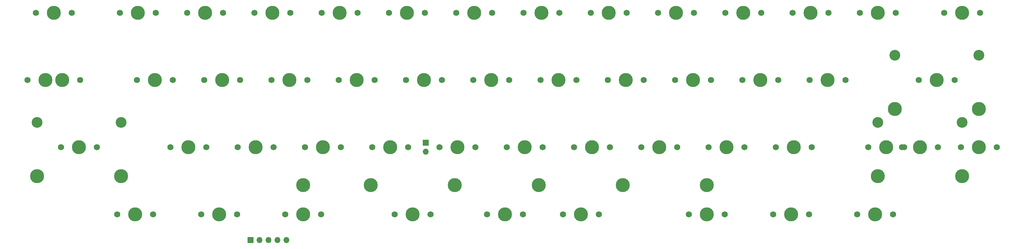
<source format=gts>
%TF.GenerationSoftware,KiCad,Pcbnew,(6.0.6)*%
%TF.CreationDate,2022-08-15T16:05:15+02:00*%
%TF.ProjectId,rabid40,72616269-6434-4302-9e6b-696361645f70,rev?*%
%TF.SameCoordinates,Original*%
%TF.FileFunction,Soldermask,Top*%
%TF.FilePolarity,Negative*%
%FSLAX46Y46*%
G04 Gerber Fmt 4.6, Leading zero omitted, Abs format (unit mm)*
G04 Created by KiCad (PCBNEW (6.0.6)) date 2022-08-15 16:05:15*
%MOMM*%
%LPD*%
G01*
G04 APERTURE LIST*
%ADD10C,3.987800*%
%ADD11C,1.750000*%
%ADD12C,3.048000*%
%ADD13R,1.700000X1.700000*%
%ADD14O,1.700000X1.700000*%
G04 APERTURE END LIST*
D10*
%TO.C,P1*%
X213548750Y-47933750D03*
D11*
X208468750Y-47933750D03*
X218628750Y-47933750D03*
%TD*%
%TO.C,Q1*%
X37018750Y-47933750D03*
D10*
X42098750Y-47933750D03*
D11*
X47178750Y-47933750D03*
%TD*%
D10*
%TO.C,W1*%
X61148750Y-47933750D03*
D11*
X56068750Y-47933750D03*
X66228750Y-47933750D03*
%TD*%
D10*
%TO.C,G1*%
X123061250Y-66983750D03*
D11*
X128141250Y-66983750D03*
X117981250Y-66983750D03*
%TD*%
%TO.C,D46*%
X90041250Y-66983750D03*
D10*
X84961250Y-66983750D03*
D11*
X79881250Y-66983750D03*
%TD*%
%TO.C,E1*%
X75118750Y-47933750D03*
X85278750Y-47933750D03*
D10*
X80198750Y-47933750D03*
%TD*%
%TO.C,;1*%
X218311250Y-66983750D03*
D11*
X213231250Y-66983750D03*
X223391250Y-66983750D03*
%TD*%
D10*
%TO.C,Stab_Enter1*%
X256411250Y-75238750D03*
D12*
X280223750Y-59998750D03*
X256411250Y-59998750D03*
D10*
X280223750Y-75238750D03*
%TD*%
D11*
%TO.C,T1*%
X123378750Y-47933750D03*
D10*
X118298750Y-47933750D03*
D11*
X113218750Y-47933750D03*
%TD*%
%TO.C,J3*%
X156081250Y-66983750D03*
D10*
X161161250Y-66983750D03*
D11*
X166241250Y-66983750D03*
%TD*%
D10*
%TO.C,Win1*%
X41305000Y-105083750D03*
D11*
X36225000Y-105083750D03*
X46385000Y-105083750D03*
%TD*%
%TO.C,Alt2*%
X232122500Y-105083750D03*
D10*
X227042500Y-105083750D03*
D11*
X221962500Y-105083750D03*
%TD*%
D13*
%TO.C,J1*%
X74020000Y-112390000D03*
D14*
X76560000Y-112390000D03*
X79100000Y-112390000D03*
X81640000Y-112390000D03*
X84180000Y-112390000D03*
%TD*%
D10*
%TO.C,H1*%
X142111250Y-66983750D03*
D11*
X137031250Y-66983750D03*
X147191250Y-66983750D03*
%TD*%
%TO.C,<1*%
X194816250Y-86033750D03*
D10*
X189736250Y-86033750D03*
D11*
X184656250Y-86033750D03*
%TD*%
D10*
%TO.C,Stab_Spc2.25*%
X107993520Y-96824148D03*
X131806020Y-96824148D03*
%TD*%
D11*
%TO.C,U4*%
X161478750Y-47933750D03*
X151318750Y-47933750D03*
D10*
X156398750Y-47933750D03*
%TD*%
%TO.C,L1*%
X199261250Y-66983750D03*
D11*
X204341250Y-66983750D03*
X194181250Y-66983750D03*
%TD*%
D10*
%TO.C,Stab_Spc7u1*%
X88930000Y-96828750D03*
X203230000Y-96828750D03*
%TD*%
D11*
%TO.C,Tab1*%
X23366250Y-47933750D03*
D10*
X18286250Y-47933750D03*
D11*
X13206250Y-47933750D03*
%TD*%
%TO.C,[1*%
X227518750Y-47933750D03*
X237678750Y-47933750D03*
D10*
X232598750Y-47933750D03*
%TD*%
%TO.C,I1*%
X175448750Y-47933750D03*
D11*
X170368750Y-47933750D03*
X180528750Y-47933750D03*
%TD*%
D10*
%TO.C,F2*%
X104011250Y-66983750D03*
D11*
X109091250Y-66983750D03*
X98931250Y-66983750D03*
%TD*%
D10*
%TO.C,StepCtrl1*%
X15905000Y-66983750D03*
D11*
X20985000Y-66983750D03*
X10825000Y-66983750D03*
%TD*%
%TO.C,V1*%
X108456250Y-86033750D03*
X118616250Y-86033750D03*
D10*
X113536250Y-86033750D03*
%TD*%
%TO.C,Shift3*%
X263555000Y-86033750D03*
D11*
X268635000Y-86033750D03*
X258475000Y-86033750D03*
%TD*%
D10*
%TO.C,Ctrl1*%
X20667500Y-66983750D03*
D11*
X25747500Y-66983750D03*
X15587500Y-66983750D03*
%TD*%
D10*
%TO.C,Bspc1*%
X275461250Y-47933750D03*
D11*
X280541250Y-47933750D03*
X270381250Y-47933750D03*
%TD*%
D10*
%TO.C,Space_7u1*%
X146080000Y-105083750D03*
D11*
X151160000Y-105083750D03*
X141000000Y-105083750D03*
%TD*%
%TO.C,Y2*%
X132268750Y-47933750D03*
X142428750Y-47933750D03*
D10*
X137348750Y-47933750D03*
%TD*%
%TO.C,Stab_Spc2.75*%
X179417500Y-96828750D03*
X155605000Y-96828750D03*
%TD*%
D11*
%TO.C,Shift2*%
X248950000Y-86033750D03*
D10*
X254030000Y-86033750D03*
D11*
X259110000Y-86033750D03*
%TD*%
%TO.C,Space2.25*%
X114806250Y-105083750D03*
X124966250Y-105083750D03*
D10*
X119886250Y-105083750D03*
%TD*%
%TO.C,Space2.75*%
X167511250Y-105083750D03*
D11*
X162431250Y-105083750D03*
X172591250Y-105083750D03*
%TD*%
%TO.C,Fn1*%
X285303750Y-86033750D03*
X275143750Y-86033750D03*
D10*
X280223750Y-86033750D03*
%TD*%
D11*
%TO.C,B1*%
X127506250Y-86033750D03*
X137666250Y-86033750D03*
D10*
X132586250Y-86033750D03*
%TD*%
D11*
%TO.C,Shift1*%
X20350000Y-86033750D03*
D10*
X25430000Y-86033750D03*
D11*
X30510000Y-86033750D03*
%TD*%
%TO.C,Alt1*%
X60037500Y-105083750D03*
D10*
X65117500Y-105083750D03*
D11*
X70197500Y-105083750D03*
%TD*%
D10*
%TO.C,Stab_RShift1*%
X275461250Y-94288750D03*
D12*
X275461250Y-79048750D03*
D10*
X251648750Y-94288750D03*
D12*
X251648750Y-79048750D03*
%TD*%
D11*
%TO.C,M1*%
X175766250Y-86033750D03*
D10*
X170686250Y-86033750D03*
D11*
X165606250Y-86033750D03*
%TD*%
D10*
%TO.C,Z1*%
X56386250Y-86033750D03*
D11*
X61466250Y-86033750D03*
X51306250Y-86033750D03*
%TD*%
%TO.C,C18*%
X89406250Y-86033750D03*
D10*
X94486250Y-86033750D03*
D11*
X99566250Y-86033750D03*
%TD*%
D10*
%TO.C,Stab_LShift1*%
X13523750Y-94288750D03*
D12*
X37336250Y-79048750D03*
D10*
X37336250Y-94288750D03*
D12*
X13523750Y-79048750D03*
%TD*%
D11*
%TO.C,S1*%
X70991250Y-66983750D03*
X60831250Y-66983750D03*
D10*
X65911250Y-66983750D03*
%TD*%
D11*
%TO.C,A1*%
X41781250Y-66983750D03*
X51941250Y-66983750D03*
D10*
X46861250Y-66983750D03*
%TD*%
%TO.C,'1*%
X237361250Y-66983750D03*
D11*
X242441250Y-66983750D03*
X232281250Y-66983750D03*
%TD*%
%TO.C,X1*%
X70356250Y-86033750D03*
D10*
X75436250Y-86033750D03*
D11*
X80516250Y-86033750D03*
%TD*%
%TO.C,/1*%
X222756250Y-86033750D03*
D10*
X227836250Y-86033750D03*
D11*
X232916250Y-86033750D03*
%TD*%
%TO.C,R6*%
X104328750Y-47933750D03*
D10*
X99248750Y-47933750D03*
D11*
X94168750Y-47933750D03*
%TD*%
%TO.C,RMod1*%
X198150000Y-105083750D03*
X208310000Y-105083750D03*
D10*
X203230000Y-105083750D03*
%TD*%
%TO.C,K1*%
X180211250Y-66983750D03*
D11*
X175131250Y-66983750D03*
X185291250Y-66983750D03*
%TD*%
D10*
%TO.C,Win2*%
X250855000Y-105083750D03*
D11*
X255935000Y-105083750D03*
X245775000Y-105083750D03*
%TD*%
D10*
%TO.C,>1*%
X208786250Y-86033750D03*
D11*
X203706250Y-86033750D03*
X213866250Y-86033750D03*
%TD*%
%TO.C,N1*%
X156716250Y-86033750D03*
X146556250Y-86033750D03*
D10*
X151636250Y-86033750D03*
%TD*%
D11*
%TO.C,]1*%
X256728750Y-47933750D03*
D10*
X251648750Y-47933750D03*
D11*
X246568750Y-47933750D03*
%TD*%
%TO.C,Enter1*%
X273397500Y-66983750D03*
D10*
X268317500Y-66983750D03*
D11*
X263237500Y-66983750D03*
%TD*%
%TO.C,O1*%
X189418750Y-47933750D03*
D10*
X194498750Y-47933750D03*
D11*
X199578750Y-47933750D03*
%TD*%
D10*
%TO.C,LMod1*%
X88930000Y-105083750D03*
D11*
X83850000Y-105083750D03*
X94010000Y-105083750D03*
%TD*%
D13*
%TO.C,SW7*%
X123630000Y-84760000D03*
D14*
X123630000Y-87300000D03*
%TD*%
M02*

</source>
